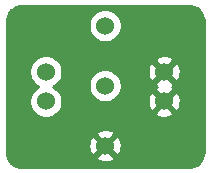
<source format=gbr>
%TF.GenerationSoftware,KiCad,Pcbnew,5.1.9+dfsg1-1+deb11u1*%
%TF.CreationDate,2023-07-29T18:46:00+09:00*%
%TF.ProjectId,probe-mount,70726f62-652d-46d6-9f75-6e742e6b6963,rev?*%
%TF.SameCoordinates,Original*%
%TF.FileFunction,Copper,L2,Bot*%
%TF.FilePolarity,Positive*%
%FSLAX46Y46*%
G04 Gerber Fmt 4.6, Leading zero omitted, Abs format (unit mm)*
G04 Created by KiCad (PCBNEW 5.1.9+dfsg1-1+deb11u1) date 2023-07-29 18:46:00*
%MOMM*%
%LPD*%
G01*
G04 APERTURE LIST*
%TA.AperFunction,ComponentPad*%
%ADD10C,1.524000*%
%TD*%
%TA.AperFunction,Conductor*%
%ADD11C,0.254000*%
%TD*%
%TA.AperFunction,Conductor*%
%ADD12C,0.100000*%
%TD*%
G04 APERTURE END LIST*
D10*
%TO.P,J1,1*%
%TO.N,Net-(J1-Pad1)*%
X142500000Y-126250000D03*
%TO.P,J1,2*%
X142500000Y-123750000D03*
%TD*%
%TO.P,J2,2*%
%TO.N,Net-(J2-Pad1)*%
X152500000Y-123750000D03*
%TO.P,J2,1*%
X152500000Y-126250000D03*
%TD*%
%TO.P,J3,1*%
%TO.N,Net-(J1-Pad1)*%
X147500000Y-119840000D03*
%TO.P,J3,3*%
%TO.N,Net-(J3-Pad3)*%
X147500000Y-124920000D03*
%TO.P,J3,2*%
%TO.N,Net-(J2-Pad1)*%
X147500000Y-130000000D03*
%TD*%
D11*
%TO.N,Net-(J2-Pad1)*%
X154762684Y-118173358D02*
X155015356Y-118249645D01*
X155248406Y-118373559D01*
X155452945Y-118540378D01*
X155621190Y-118743751D01*
X155746726Y-118975924D01*
X155830543Y-119246694D01*
X155839999Y-119304047D01*
X155840001Y-130467711D01*
X155811375Y-130759660D01*
X155735965Y-131009429D01*
X155613477Y-131239794D01*
X155448579Y-131441979D01*
X155247546Y-131608288D01*
X155018046Y-131732378D01*
X154768805Y-131809531D01*
X154478911Y-131840000D01*
X140532279Y-131840000D01*
X140240340Y-131811375D01*
X139990571Y-131735965D01*
X139760206Y-131613477D01*
X139558021Y-131448579D01*
X139391712Y-131247546D01*
X139267622Y-131018046D01*
X139251377Y-130965565D01*
X146714040Y-130965565D01*
X146781020Y-131205656D01*
X147030048Y-131322756D01*
X147297135Y-131389023D01*
X147572017Y-131401910D01*
X147844133Y-131360922D01*
X148103023Y-131267636D01*
X148218980Y-131205656D01*
X148285960Y-130965565D01*
X147500000Y-130179605D01*
X146714040Y-130965565D01*
X139251377Y-130965565D01*
X139190469Y-130768805D01*
X139160000Y-130478911D01*
X139160000Y-130072017D01*
X146098090Y-130072017D01*
X146139078Y-130344133D01*
X146232364Y-130603023D01*
X146294344Y-130718980D01*
X146534435Y-130785960D01*
X147320395Y-130000000D01*
X147679605Y-130000000D01*
X148465565Y-130785960D01*
X148705656Y-130718980D01*
X148822756Y-130469952D01*
X148889023Y-130202865D01*
X148901910Y-129927983D01*
X148860922Y-129655867D01*
X148767636Y-129396977D01*
X148705656Y-129281020D01*
X148465565Y-129214040D01*
X147679605Y-130000000D01*
X147320395Y-130000000D01*
X146534435Y-129214040D01*
X146294344Y-129281020D01*
X146177244Y-129530048D01*
X146110977Y-129797135D01*
X146098090Y-130072017D01*
X139160000Y-130072017D01*
X139160000Y-129034435D01*
X146714040Y-129034435D01*
X147500000Y-129820395D01*
X148285960Y-129034435D01*
X148218980Y-128794344D01*
X147969952Y-128677244D01*
X147702865Y-128610977D01*
X147427983Y-128598090D01*
X147155867Y-128639078D01*
X146896977Y-128732364D01*
X146781020Y-128794344D01*
X146714040Y-129034435D01*
X139160000Y-129034435D01*
X139160000Y-123612408D01*
X141103000Y-123612408D01*
X141103000Y-123887592D01*
X141156686Y-124157490D01*
X141261995Y-124411727D01*
X141414880Y-124640535D01*
X141609465Y-124835120D01*
X141838273Y-124988005D01*
X141867231Y-125000000D01*
X141838273Y-125011995D01*
X141609465Y-125164880D01*
X141414880Y-125359465D01*
X141261995Y-125588273D01*
X141156686Y-125842510D01*
X141103000Y-126112408D01*
X141103000Y-126387592D01*
X141156686Y-126657490D01*
X141261995Y-126911727D01*
X141414880Y-127140535D01*
X141609465Y-127335120D01*
X141838273Y-127488005D01*
X142092510Y-127593314D01*
X142362408Y-127647000D01*
X142637592Y-127647000D01*
X142907490Y-127593314D01*
X143161727Y-127488005D01*
X143390535Y-127335120D01*
X143510090Y-127215565D01*
X151714040Y-127215565D01*
X151781020Y-127455656D01*
X152030048Y-127572756D01*
X152297135Y-127639023D01*
X152572017Y-127651910D01*
X152844133Y-127610922D01*
X153103023Y-127517636D01*
X153218980Y-127455656D01*
X153285960Y-127215565D01*
X152500000Y-126429605D01*
X151714040Y-127215565D01*
X143510090Y-127215565D01*
X143585120Y-127140535D01*
X143738005Y-126911727D01*
X143843314Y-126657490D01*
X143897000Y-126387592D01*
X143897000Y-126322017D01*
X151098090Y-126322017D01*
X151139078Y-126594133D01*
X151232364Y-126853023D01*
X151294344Y-126968980D01*
X151534435Y-127035960D01*
X152320395Y-126250000D01*
X152679605Y-126250000D01*
X153465565Y-127035960D01*
X153705656Y-126968980D01*
X153822756Y-126719952D01*
X153889023Y-126452865D01*
X153901910Y-126177983D01*
X153860922Y-125905867D01*
X153767636Y-125646977D01*
X153705656Y-125531020D01*
X153465565Y-125464040D01*
X152679605Y-126250000D01*
X152320395Y-126250000D01*
X151534435Y-125464040D01*
X151294344Y-125531020D01*
X151177244Y-125780048D01*
X151110977Y-126047135D01*
X151098090Y-126322017D01*
X143897000Y-126322017D01*
X143897000Y-126112408D01*
X143843314Y-125842510D01*
X143738005Y-125588273D01*
X143585120Y-125359465D01*
X143390535Y-125164880D01*
X143161727Y-125011995D01*
X143132769Y-125000000D01*
X143161727Y-124988005D01*
X143390535Y-124835120D01*
X143443247Y-124782408D01*
X146103000Y-124782408D01*
X146103000Y-125057592D01*
X146156686Y-125327490D01*
X146261995Y-125581727D01*
X146414880Y-125810535D01*
X146609465Y-126005120D01*
X146838273Y-126158005D01*
X147092510Y-126263314D01*
X147362408Y-126317000D01*
X147637592Y-126317000D01*
X147907490Y-126263314D01*
X148161727Y-126158005D01*
X148390535Y-126005120D01*
X148585120Y-125810535D01*
X148738005Y-125581727D01*
X148843314Y-125327490D01*
X148897000Y-125057592D01*
X148897000Y-124782408D01*
X148883705Y-124715565D01*
X151714040Y-124715565D01*
X151781020Y-124955656D01*
X151869290Y-124997163D01*
X151781020Y-125044344D01*
X151714040Y-125284435D01*
X152500000Y-126070395D01*
X153285960Y-125284435D01*
X153218980Y-125044344D01*
X153130710Y-125002837D01*
X153218980Y-124955656D01*
X153285960Y-124715565D01*
X152500000Y-123929605D01*
X151714040Y-124715565D01*
X148883705Y-124715565D01*
X148843314Y-124512510D01*
X148738005Y-124258273D01*
X148585120Y-124029465D01*
X148390535Y-123834880D01*
X148371285Y-123822017D01*
X151098090Y-123822017D01*
X151139078Y-124094133D01*
X151232364Y-124353023D01*
X151294344Y-124468980D01*
X151534435Y-124535960D01*
X152320395Y-123750000D01*
X152679605Y-123750000D01*
X153465565Y-124535960D01*
X153705656Y-124468980D01*
X153822756Y-124219952D01*
X153889023Y-123952865D01*
X153901910Y-123677983D01*
X153860922Y-123405867D01*
X153767636Y-123146977D01*
X153705656Y-123031020D01*
X153465565Y-122964040D01*
X152679605Y-123750000D01*
X152320395Y-123750000D01*
X151534435Y-122964040D01*
X151294344Y-123031020D01*
X151177244Y-123280048D01*
X151110977Y-123547135D01*
X151098090Y-123822017D01*
X148371285Y-123822017D01*
X148161727Y-123681995D01*
X147907490Y-123576686D01*
X147637592Y-123523000D01*
X147362408Y-123523000D01*
X147092510Y-123576686D01*
X146838273Y-123681995D01*
X146609465Y-123834880D01*
X146414880Y-124029465D01*
X146261995Y-124258273D01*
X146156686Y-124512510D01*
X146103000Y-124782408D01*
X143443247Y-124782408D01*
X143585120Y-124640535D01*
X143738005Y-124411727D01*
X143843314Y-124157490D01*
X143897000Y-123887592D01*
X143897000Y-123612408D01*
X143843314Y-123342510D01*
X143738005Y-123088273D01*
X143585120Y-122859465D01*
X143510090Y-122784435D01*
X151714040Y-122784435D01*
X152500000Y-123570395D01*
X153285960Y-122784435D01*
X153218980Y-122544344D01*
X152969952Y-122427244D01*
X152702865Y-122360977D01*
X152427983Y-122348090D01*
X152155867Y-122389078D01*
X151896977Y-122482364D01*
X151781020Y-122544344D01*
X151714040Y-122784435D01*
X143510090Y-122784435D01*
X143390535Y-122664880D01*
X143161727Y-122511995D01*
X142907490Y-122406686D01*
X142637592Y-122353000D01*
X142362408Y-122353000D01*
X142092510Y-122406686D01*
X141838273Y-122511995D01*
X141609465Y-122664880D01*
X141414880Y-122859465D01*
X141261995Y-123088273D01*
X141156686Y-123342510D01*
X141103000Y-123612408D01*
X139160000Y-123612408D01*
X139160000Y-119702408D01*
X146103000Y-119702408D01*
X146103000Y-119977592D01*
X146156686Y-120247490D01*
X146261995Y-120501727D01*
X146414880Y-120730535D01*
X146609465Y-120925120D01*
X146838273Y-121078005D01*
X147092510Y-121183314D01*
X147362408Y-121237000D01*
X147637592Y-121237000D01*
X147907490Y-121183314D01*
X148161727Y-121078005D01*
X148390535Y-120925120D01*
X148585120Y-120730535D01*
X148738005Y-120501727D01*
X148843314Y-120247490D01*
X148897000Y-119977592D01*
X148897000Y-119702408D01*
X148843314Y-119432510D01*
X148738005Y-119178273D01*
X148585120Y-118949465D01*
X148390535Y-118754880D01*
X148161727Y-118601995D01*
X147907490Y-118496686D01*
X147637592Y-118443000D01*
X147362408Y-118443000D01*
X147092510Y-118496686D01*
X146838273Y-118601995D01*
X146609465Y-118754880D01*
X146414880Y-118949465D01*
X146261995Y-119178273D01*
X146156686Y-119432510D01*
X146103000Y-119702408D01*
X139160000Y-119702408D01*
X139160000Y-119532279D01*
X139188625Y-119240341D01*
X139264035Y-118990571D01*
X139386522Y-118760208D01*
X139551422Y-118558020D01*
X139752450Y-118391714D01*
X139981954Y-118267622D01*
X140231195Y-118190469D01*
X140521316Y-118159976D01*
X154468083Y-118144472D01*
X154762684Y-118173358D01*
%TA.AperFunction,Conductor*%
D12*
G36*
X154762684Y-118173358D02*
G01*
X155015356Y-118249645D01*
X155248406Y-118373559D01*
X155452945Y-118540378D01*
X155621190Y-118743751D01*
X155746726Y-118975924D01*
X155830543Y-119246694D01*
X155839999Y-119304047D01*
X155840001Y-130467711D01*
X155811375Y-130759660D01*
X155735965Y-131009429D01*
X155613477Y-131239794D01*
X155448579Y-131441979D01*
X155247546Y-131608288D01*
X155018046Y-131732378D01*
X154768805Y-131809531D01*
X154478911Y-131840000D01*
X140532279Y-131840000D01*
X140240340Y-131811375D01*
X139990571Y-131735965D01*
X139760206Y-131613477D01*
X139558021Y-131448579D01*
X139391712Y-131247546D01*
X139267622Y-131018046D01*
X139251377Y-130965565D01*
X146714040Y-130965565D01*
X146781020Y-131205656D01*
X147030048Y-131322756D01*
X147297135Y-131389023D01*
X147572017Y-131401910D01*
X147844133Y-131360922D01*
X148103023Y-131267636D01*
X148218980Y-131205656D01*
X148285960Y-130965565D01*
X147500000Y-130179605D01*
X146714040Y-130965565D01*
X139251377Y-130965565D01*
X139190469Y-130768805D01*
X139160000Y-130478911D01*
X139160000Y-130072017D01*
X146098090Y-130072017D01*
X146139078Y-130344133D01*
X146232364Y-130603023D01*
X146294344Y-130718980D01*
X146534435Y-130785960D01*
X147320395Y-130000000D01*
X147679605Y-130000000D01*
X148465565Y-130785960D01*
X148705656Y-130718980D01*
X148822756Y-130469952D01*
X148889023Y-130202865D01*
X148901910Y-129927983D01*
X148860922Y-129655867D01*
X148767636Y-129396977D01*
X148705656Y-129281020D01*
X148465565Y-129214040D01*
X147679605Y-130000000D01*
X147320395Y-130000000D01*
X146534435Y-129214040D01*
X146294344Y-129281020D01*
X146177244Y-129530048D01*
X146110977Y-129797135D01*
X146098090Y-130072017D01*
X139160000Y-130072017D01*
X139160000Y-129034435D01*
X146714040Y-129034435D01*
X147500000Y-129820395D01*
X148285960Y-129034435D01*
X148218980Y-128794344D01*
X147969952Y-128677244D01*
X147702865Y-128610977D01*
X147427983Y-128598090D01*
X147155867Y-128639078D01*
X146896977Y-128732364D01*
X146781020Y-128794344D01*
X146714040Y-129034435D01*
X139160000Y-129034435D01*
X139160000Y-123612408D01*
X141103000Y-123612408D01*
X141103000Y-123887592D01*
X141156686Y-124157490D01*
X141261995Y-124411727D01*
X141414880Y-124640535D01*
X141609465Y-124835120D01*
X141838273Y-124988005D01*
X141867231Y-125000000D01*
X141838273Y-125011995D01*
X141609465Y-125164880D01*
X141414880Y-125359465D01*
X141261995Y-125588273D01*
X141156686Y-125842510D01*
X141103000Y-126112408D01*
X141103000Y-126387592D01*
X141156686Y-126657490D01*
X141261995Y-126911727D01*
X141414880Y-127140535D01*
X141609465Y-127335120D01*
X141838273Y-127488005D01*
X142092510Y-127593314D01*
X142362408Y-127647000D01*
X142637592Y-127647000D01*
X142907490Y-127593314D01*
X143161727Y-127488005D01*
X143390535Y-127335120D01*
X143510090Y-127215565D01*
X151714040Y-127215565D01*
X151781020Y-127455656D01*
X152030048Y-127572756D01*
X152297135Y-127639023D01*
X152572017Y-127651910D01*
X152844133Y-127610922D01*
X153103023Y-127517636D01*
X153218980Y-127455656D01*
X153285960Y-127215565D01*
X152500000Y-126429605D01*
X151714040Y-127215565D01*
X143510090Y-127215565D01*
X143585120Y-127140535D01*
X143738005Y-126911727D01*
X143843314Y-126657490D01*
X143897000Y-126387592D01*
X143897000Y-126322017D01*
X151098090Y-126322017D01*
X151139078Y-126594133D01*
X151232364Y-126853023D01*
X151294344Y-126968980D01*
X151534435Y-127035960D01*
X152320395Y-126250000D01*
X152679605Y-126250000D01*
X153465565Y-127035960D01*
X153705656Y-126968980D01*
X153822756Y-126719952D01*
X153889023Y-126452865D01*
X153901910Y-126177983D01*
X153860922Y-125905867D01*
X153767636Y-125646977D01*
X153705656Y-125531020D01*
X153465565Y-125464040D01*
X152679605Y-126250000D01*
X152320395Y-126250000D01*
X151534435Y-125464040D01*
X151294344Y-125531020D01*
X151177244Y-125780048D01*
X151110977Y-126047135D01*
X151098090Y-126322017D01*
X143897000Y-126322017D01*
X143897000Y-126112408D01*
X143843314Y-125842510D01*
X143738005Y-125588273D01*
X143585120Y-125359465D01*
X143390535Y-125164880D01*
X143161727Y-125011995D01*
X143132769Y-125000000D01*
X143161727Y-124988005D01*
X143390535Y-124835120D01*
X143443247Y-124782408D01*
X146103000Y-124782408D01*
X146103000Y-125057592D01*
X146156686Y-125327490D01*
X146261995Y-125581727D01*
X146414880Y-125810535D01*
X146609465Y-126005120D01*
X146838273Y-126158005D01*
X147092510Y-126263314D01*
X147362408Y-126317000D01*
X147637592Y-126317000D01*
X147907490Y-126263314D01*
X148161727Y-126158005D01*
X148390535Y-126005120D01*
X148585120Y-125810535D01*
X148738005Y-125581727D01*
X148843314Y-125327490D01*
X148897000Y-125057592D01*
X148897000Y-124782408D01*
X148883705Y-124715565D01*
X151714040Y-124715565D01*
X151781020Y-124955656D01*
X151869290Y-124997163D01*
X151781020Y-125044344D01*
X151714040Y-125284435D01*
X152500000Y-126070395D01*
X153285960Y-125284435D01*
X153218980Y-125044344D01*
X153130710Y-125002837D01*
X153218980Y-124955656D01*
X153285960Y-124715565D01*
X152500000Y-123929605D01*
X151714040Y-124715565D01*
X148883705Y-124715565D01*
X148843314Y-124512510D01*
X148738005Y-124258273D01*
X148585120Y-124029465D01*
X148390535Y-123834880D01*
X148371285Y-123822017D01*
X151098090Y-123822017D01*
X151139078Y-124094133D01*
X151232364Y-124353023D01*
X151294344Y-124468980D01*
X151534435Y-124535960D01*
X152320395Y-123750000D01*
X152679605Y-123750000D01*
X153465565Y-124535960D01*
X153705656Y-124468980D01*
X153822756Y-124219952D01*
X153889023Y-123952865D01*
X153901910Y-123677983D01*
X153860922Y-123405867D01*
X153767636Y-123146977D01*
X153705656Y-123031020D01*
X153465565Y-122964040D01*
X152679605Y-123750000D01*
X152320395Y-123750000D01*
X151534435Y-122964040D01*
X151294344Y-123031020D01*
X151177244Y-123280048D01*
X151110977Y-123547135D01*
X151098090Y-123822017D01*
X148371285Y-123822017D01*
X148161727Y-123681995D01*
X147907490Y-123576686D01*
X147637592Y-123523000D01*
X147362408Y-123523000D01*
X147092510Y-123576686D01*
X146838273Y-123681995D01*
X146609465Y-123834880D01*
X146414880Y-124029465D01*
X146261995Y-124258273D01*
X146156686Y-124512510D01*
X146103000Y-124782408D01*
X143443247Y-124782408D01*
X143585120Y-124640535D01*
X143738005Y-124411727D01*
X143843314Y-124157490D01*
X143897000Y-123887592D01*
X143897000Y-123612408D01*
X143843314Y-123342510D01*
X143738005Y-123088273D01*
X143585120Y-122859465D01*
X143510090Y-122784435D01*
X151714040Y-122784435D01*
X152500000Y-123570395D01*
X153285960Y-122784435D01*
X153218980Y-122544344D01*
X152969952Y-122427244D01*
X152702865Y-122360977D01*
X152427983Y-122348090D01*
X152155867Y-122389078D01*
X151896977Y-122482364D01*
X151781020Y-122544344D01*
X151714040Y-122784435D01*
X143510090Y-122784435D01*
X143390535Y-122664880D01*
X143161727Y-122511995D01*
X142907490Y-122406686D01*
X142637592Y-122353000D01*
X142362408Y-122353000D01*
X142092510Y-122406686D01*
X141838273Y-122511995D01*
X141609465Y-122664880D01*
X141414880Y-122859465D01*
X141261995Y-123088273D01*
X141156686Y-123342510D01*
X141103000Y-123612408D01*
X139160000Y-123612408D01*
X139160000Y-119702408D01*
X146103000Y-119702408D01*
X146103000Y-119977592D01*
X146156686Y-120247490D01*
X146261995Y-120501727D01*
X146414880Y-120730535D01*
X146609465Y-120925120D01*
X146838273Y-121078005D01*
X147092510Y-121183314D01*
X147362408Y-121237000D01*
X147637592Y-121237000D01*
X147907490Y-121183314D01*
X148161727Y-121078005D01*
X148390535Y-120925120D01*
X148585120Y-120730535D01*
X148738005Y-120501727D01*
X148843314Y-120247490D01*
X148897000Y-119977592D01*
X148897000Y-119702408D01*
X148843314Y-119432510D01*
X148738005Y-119178273D01*
X148585120Y-118949465D01*
X148390535Y-118754880D01*
X148161727Y-118601995D01*
X147907490Y-118496686D01*
X147637592Y-118443000D01*
X147362408Y-118443000D01*
X147092510Y-118496686D01*
X146838273Y-118601995D01*
X146609465Y-118754880D01*
X146414880Y-118949465D01*
X146261995Y-119178273D01*
X146156686Y-119432510D01*
X146103000Y-119702408D01*
X139160000Y-119702408D01*
X139160000Y-119532279D01*
X139188625Y-119240341D01*
X139264035Y-118990571D01*
X139386522Y-118760208D01*
X139551422Y-118558020D01*
X139752450Y-118391714D01*
X139981954Y-118267622D01*
X140231195Y-118190469D01*
X140521316Y-118159976D01*
X154468083Y-118144472D01*
X154762684Y-118173358D01*
G37*
%TD.AperFunction*%
%TD*%
M02*

</source>
